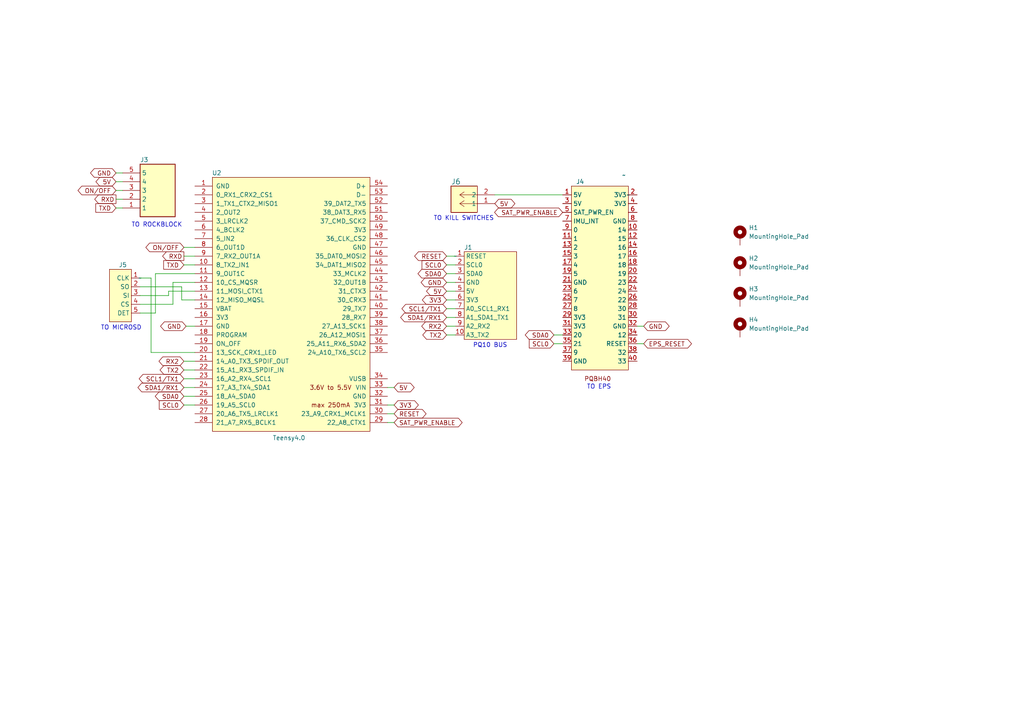
<source format=kicad_sch>
(kicad_sch (version 20230121) (generator eeschema)
  (paper "A4")
  (lib_symbols
    (symbol "Mechanical:MountingHole_Pad" (pin_numbers hide) (pin_names (offset 1.016) hide)
      (property "Reference" "H" (at 0 6.35 0))
      (property "Value" "MountingHole_Pad" (at 0 4.445 0))
      (symbol "MountingHole_Pad_0_1"
        (circle (center 0 1.27) (radius 1.27) (stroke (width 1.27)))
      )
      (symbol "MountingHole_Pad_1_1"
        (pin input line (at 0 -2.54 90) (length 2.54) (name "1") (number "1"))
      )
    )
    (symbol "PQ_Bus_1"
      (property "Reference" "J1" (at 0 1.27 0))
      (property "Value" "~" (at -2.54 -1.27 0))
      (symbol "PQ_Bus_1_1_0"
        (pin passive line (at -2.54 -1.27 0) (length 2.54) (name "RESET") (number "1"))
        (pin passive line (at -2.54 -24.13 0) (length 2.54) (name "A3_TX2") (number "10"))
        (pin passive line (at -2.54 -3.81 0) (length 2.54) (name "SCL0") (number "2"))
        (pin passive line (at -2.54 -6.35 0) (length 2.54) (name "SDA0") (number "3"))
        (pin passive line (at -2.54 -8.89 0) (length 2.54) (name "GND") (number "4"))
        (pin passive line (at -2.54 -11.43 0) (length 2.54) (name "5V") (number "5"))
        (pin passive line (at -2.54 -13.97 0) (length 2.54) (name "3V3") (number "6"))
        (pin passive line (at -2.54 -16.51 0) (length 2.54) (name "A0_SCL1_RX1") (number "7"))
        (pin passive line (at -2.54 -19.05 0) (length 2.54) (name "A1_SDA1_TX1") (number "8"))
        (pin passive line (at -2.54 -21.59 0) (length 2.54) (name "A2_RX2") (number "9"))
      )
      (symbol "PQ_Bus_1_1_1"
        (rectangle (start 0 0) (end 15.24 -25.4) (fill (type background)))
      )
    )
    (symbol "thesis:1x04_Header"
      (property "Reference" "J5" (at 1.27 1.27 0))
      (property "Value" "~" (at -2.54 -2.54 0))
      (symbol "1x04_Header_0_0"
        (pin passive line (at -2.54 -2.54 0) (length 2.54) (name "CLK") (number "1"))
        (pin passive line (at -2.54 -5.08 0) (length 2.54) (name "SO") (number "2"))
        (pin passive line (at -2.54 -7.62 0) (length 2.54) (name "SI") (number "3"))
        (pin passive line (at -2.54 -10.16 0) (length 2.54) (name "CS") (number "4"))
        (pin passive line (at -2.54 -12.7 0) (length 2.54) (name "DET") (number "5"))
      )
      (symbol "1x04_Header_1_1"
        (rectangle (start 0 0) (end 6.35 -15.24) (fill (type background)))
      )
    )
    (symbol "thesis:53048-0510"
      (property "Reference" "J" (at 5.08 5.08 0))
      (property "Value" "53048-0510" (at 16.51 -11.43 90))
      (symbol "53048-0510_1_1"
        (rectangle (start 5.08 2.54) (end 15.24 -12.7) (stroke (width 0.254)) (fill (type background)))
        (pin passive line (at 0 -10.16 0) (length 5.08) (name "1") (number "1"))
        (pin passive line (at 0 -7.62 0) (length 5.08) (name "2") (number "2"))
        (pin passive line (at 0 -5.08 0) (length 5.08) (name "3") (number "3"))
        (pin passive line (at 0 -2.54 0) (length 5.08) (name "4") (number "4"))
        (pin passive line (at 0 0 0) (length 5.08) (name "5") (number "5"))
      )
    )
    (symbol "thesis:530480210" (pin_names (offset 0.254))
      (property "Reference" "J6" (at 8.89 0 90))
      (symbol "530480210_1_1"
        (polyline (pts (xy 0 -7.62) (xy 7.62 -7.62)) (stroke (width 0.127)))
        (polyline (pts (xy 0 0) (xy 0 -7.62)) (stroke (width 0.127)))
        (polyline (pts (xy 5.08 -5.08) (xy 0 -5.08)) (stroke (width 0.127)))
        (polyline (pts (xy 5.08 -5.08) (xy 3.81 -5.9267)) (stroke (width 0.127)))
        (polyline (pts (xy 5.08 -5.08) (xy 3.81 -4.2333)) (stroke (width 0.127)))
        (polyline (pts (xy 5.08 -2.54) (xy 0 -2.54)) (stroke (width 0.127)))
        (polyline (pts (xy 5.08 -2.54) (xy 3.81 -3.3867)) (stroke (width 0.127)))
        (polyline (pts (xy 5.08 -2.54) (xy 3.81 -1.6933)) (stroke (width 0.127)))
        (polyline (pts (xy 7.62 -7.62) (xy 7.62 0)) (stroke (width 0.127)))
        (polyline (pts (xy 7.62 0) (xy 0 0)) (stroke (width 0.127)))
        (rectangle (start 0 0) (end 7.62 -7.62))
        (rectangle (start 0 0) (end 7.62 -7.62) (fill (type background)))
        (pin unspecified line (at -5.08 -2.54 0) (length 5.08) (name "1") (number "1"))
        (pin unspecified line (at -5.08 -5.08 0) (length 5.08) (name "2") (number "2"))
      )
      (symbol "530480210_1_2"
        (polyline (pts (xy 5.08 -5.08) (xy 12.7 -5.08)) (stroke (width 0.127)))
        (polyline (pts (xy 5.08 2.54) (xy 5.08 -5.08)) (stroke (width 0.127)))
        (polyline (pts (xy 7.62 -2.54) (xy 5.08 -2.54)) (stroke (width 0.127)))
        (polyline (pts (xy 7.62 -2.54) (xy 8.89 -3.3867)) (stroke (width 0.127)))
        (polyline (pts (xy 7.62 -2.54) (xy 8.89 -1.6933)) (stroke (width 0.127)))
        (polyline (pts (xy 7.62 0) (xy 5.08 0)) (stroke (width 0.127)))
        (polyline (pts (xy 7.62 0) (xy 8.89 -0.8467)) (stroke (width 0.127)))
        (polyline (pts (xy 7.62 0) (xy 8.89 0.8467)) (stroke (width 0.127)))
        (polyline (pts (xy 12.7 -5.08) (xy 12.7 2.54)) (stroke (width 0.127)))
        (polyline (pts (xy 12.7 2.54) (xy 5.08 2.54)) (stroke (width 0.127)))
        (pin unspecified line (at 0 0 0) (length 5.08) (name "1") (number "1"))
        (pin unspecified line (at 0 -2.54 0) (length 5.08) (name "2") (number "2"))
      )
    )
    (symbol "thesis:Molex_Picoblade_2x1_horz"
      (property "Reference" "J" (at 0 0 0))
    )
    (symbol "thesis:PQBH40"
      (property "Reference" "J4" (at 2.54 1.27 0))
      (property "Value" "~" (at 16.51 -2.54 0))
      (symbol "PQBH40_0_0"
        (pin output line (at -2.54 -2.54 0) (length 2.54) (name "5V") (number "1"))
        (pin passive line (at 19.05 -50.8 180) (length 2.54) (name "33") (number "40"))
      )
      (symbol "PQBH40_1_0"
        (pin passive line (at 19.05 -12.7 180) (length 2.54) (name "14") (number "10"))
        (pin passive line (at -2.54 -15.24 0) (length 2.54) (name "1") (number "11"))
        (pin passive line (at 19.05 -15.24 180) (length 2.54) (name "15") (number "12"))
        (pin passive line (at -2.54 -17.78 0) (length 2.54) (name "2") (number "13"))
        (pin passive line (at 19.05 -17.78 180) (length 2.54) (name "16") (number "14"))
        (pin passive line (at -2.54 -20.32 0) (length 2.54) (name "3") (number "15"))
        (pin passive line (at 19.05 -20.32 180) (length 2.54) (name "17") (number "16"))
        (pin passive line (at -2.54 -22.86 0) (length 2.54) (name "4") (number "17"))
        (pin passive line (at 19.05 -22.86 180) (length 2.54) (name "18") (number "18"))
        (pin passive line (at -2.54 -25.4 0) (length 2.54) (name "5") (number "19"))
        (pin passive line (at 19.05 -2.54 180) (length 2.54) (name "3V3") (number "2"))
        (pin passive line (at 19.05 -25.4 180) (length 2.54) (name "19") (number "20"))
        (pin passive line (at -2.54 -27.94 0) (length 2.54) (name "GND") (number "21"))
        (pin passive line (at 19.05 -27.94 180) (length 2.54) (name "23") (number "22"))
        (pin passive line (at -2.54 -30.48 0) (length 2.54) (name "6") (number "23"))
        (pin passive line (at 19.05 -30.48 180) (length 2.54) (name "24") (number "24"))
        (pin passive line (at -2.54 -33.02 0) (length 2.54) (name "7") (number "25"))
        (pin passive line (at 19.05 -33.02 180) (length 2.54) (name "22") (number "26"))
        (pin passive line (at -2.54 -35.56 0) (length 2.54) (name "8") (number "27"))
        (pin passive line (at 19.05 -35.56 180) (length 2.54) (name "30") (number "28"))
        (pin output line (at -2.54 -38.1 0) (length 2.54) (name "3V3") (number "29"))
        (pin output line (at -2.54 -5.08 0) (length 2.54) (name "5V") (number "3"))
        (pin passive line (at 19.05 -38.1 180) (length 2.54) (name "31") (number "30"))
        (pin output line (at -2.54 -40.64 0) (length 2.54) (name "3V3") (number "31"))
        (pin passive line (at 19.05 -40.64 180) (length 2.54) (name "GND") (number "32"))
        (pin passive line (at -2.54 -43.18 0) (length 2.54) (name "20") (number "33"))
        (pin passive line (at 19.05 -43.18 180) (length 2.54) (name "12") (number "34"))
        (pin passive line (at -2.54 -45.72 0) (length 2.54) (name "21") (number "35"))
        (pin passive line (at 19.05 -45.72 180) (length 2.54) (name "RESET") (number "36"))
        (pin passive line (at -2.54 -48.26 0) (length 2.54) (name "9") (number "37"))
        (pin passive line (at 19.05 -48.26 180) (length 2.54) (name "32") (number "38"))
        (pin passive line (at -2.54 -50.8 0) (length 2.54) (name "GND") (number "39"))
        (pin passive line (at 19.05 -5.08 180) (length 2.54) (name "3V3") (number "4"))
        (pin passive line (at -2.54 -7.62 0) (length 2.54) (name "SAT_PWR_EN") (number "5"))
        (pin passive line (at 19.05 -7.62 180) (length 2.54) (name "") (number "6"))
        (pin passive line (at -2.54 -10.16 0) (length 2.54) (name "IMU_INT") (number "7"))
        (pin passive line (at 19.05 -10.16 180) (length 2.54) (name "GND") (number "8"))
        (pin passive line (at -2.54 -12.7 0) (length 2.54) (name "0") (number "9"))
      )
      (symbol "PQBH40_1_1"
        (rectangle (start 0 0) (end 16.51 -53.34) (fill (type background)))
        (text "PQBH40" (at 7.62 -55.88 0) (effects (font (size 1.27 1.27))))
      )
    )
    (symbol "thesis:Teensy4.0" (pin_names (offset 1.016))
      (property "Reference" "U2" (at -21.59 38.1 0))
      (property "Value" "Teensy4.0" (at -0.635 -38.735 0))
      (symbol "Teensy4.0_0_0"
        (text "3.6V to 5.5V" (at 11.43 -24.13 0) (effects (font (size 1.27 1.27))))
        (text "max 250mA" (at 11.43 -29.21 0) (effects (font (size 1.27 1.27))))
        (pin bidirectional line (at -27.94 11.43 0) (length 5.08) (name "8_TX2_IN1") (number "10"))
        (pin bidirectional line (at -27.94 8.89 0) (length 5.08) (name "9_OUT1C") (number "11"))
        (pin bidirectional line (at -27.94 6.35 0) (length 5.08) (name "10_CS_MQSR") (number "12"))
        (pin bidirectional line (at -27.94 3.81 0) (length 5.08) (name "11_MOSI_CTX1") (number "13"))
        (pin bidirectional line (at -27.94 1.27 0) (length 5.08) (name "12_MISO_MQSL") (number "14"))
        (pin power_in line (at -27.94 -1.27 0) (length 5.08) (name "VBAT") (number "15"))
        (pin power_in line (at -27.94 -3.81 0) (length 5.08) (name "3V3") (number "16"))
        (pin power_in line (at -27.94 -6.35 0) (length 5.08) (name "GND") (number "17"))
        (pin input line (at -27.94 -8.89 0) (length 5.08) (name "PROGRAM") (number "18"))
        (pin input line (at -27.94 -11.43 0) (length 5.08) (name "ON_OFF") (number "19"))
        (pin bidirectional line (at -27.94 -13.97 0) (length 5.08) (name "13_SCK_CRX1_LED") (number "20"))
        (pin bidirectional line (at -27.94 -16.51 0) (length 5.08) (name "14_A0_TX3_SPDIF_OUT") (number "21"))
        (pin bidirectional line (at -27.94 -19.05 0) (length 5.08) (name "15_A1_RX3_SPDIF_IN") (number "22"))
        (pin bidirectional line (at -27.94 -21.59 0) (length 5.08) (name "16_A2_RX4_SCL1") (number "23"))
        (pin bidirectional line (at -27.94 -24.13 0) (length 5.08) (name "17_A3_TX4_SDA1") (number "24"))
        (pin bidirectional line (at -27.94 -26.67 0) (length 5.08) (name "18_A4_SDA0") (number "25"))
        (pin bidirectional line (at -27.94 -29.21 0) (length 5.08) (name "19_A5_SCL0") (number "26"))
        (pin bidirectional line (at -27.94 -31.75 0) (length 5.08) (name "20_A6_TX5_LRCLK1") (number "27"))
        (pin bidirectional line (at -27.94 -34.29 0) (length 5.08) (name "21_A7_RX5_BCLK1") (number "28"))
        (pin bidirectional line (at 27.94 -34.29 180) (length 5.08) (name "22_A8_CTX1") (number "29"))
        (pin bidirectional line (at 27.94 -31.75 180) (length 5.08) (name "23_A9_CRX1_MCLK1") (number "30"))
        (pin power_out line (at 27.94 -29.21 180) (length 5.08) (name "3V3") (number "31"))
        (pin power_in line (at 27.94 -26.67 180) (length 5.08) (name "GND") (number "32"))
        (pin power_in line (at 27.94 -24.13 180) (length 5.08) (name "VIN") (number "33"))
        (pin power_out line (at 27.94 -21.59 180) (length 5.08) (name "VUSB") (number "34"))
        (pin bidirectional line (at 27.94 -13.97 180) (length 5.08) (name "24_A10_TX6_SCL2") (number "35"))
        (pin bidirectional line (at 27.94 -11.43 180) (length 5.08) (name "25_A11_RX6_SDA2") (number "36"))
        (pin bidirectional line (at 27.94 -8.89 180) (length 5.08) (name "26_A12_MOSI1") (number "37"))
        (pin bidirectional line (at 27.94 -6.35 180) (length 5.08) (name "27_A13_SCK1") (number "38"))
        (pin bidirectional line (at 27.94 -3.81 180) (length 5.08) (name "28_RX7") (number "39"))
        (pin bidirectional line (at 27.94 -1.27 180) (length 5.08) (name "29_TX7") (number "40"))
        (pin bidirectional line (at 27.94 1.27 180) (length 5.08) (name "30_CRX3") (number "41"))
        (pin bidirectional line (at 27.94 3.81 180) (length 5.08) (name "31_CTX3") (number "42"))
        (pin bidirectional line (at 27.94 6.35 180) (length 5.08) (name "32_OUT1B") (number "43"))
        (pin bidirectional line (at 27.94 8.89 180) (length 5.08) (name "33_MCLK2") (number "44"))
        (pin bidirectional line (at 27.94 11.43 180) (length 5.08) (name "34_DAT1_MISO2") (number "45"))
        (pin bidirectional line (at 27.94 13.97 180) (length 5.08) (name "35_DAT0_MOSI2") (number "46"))
        (pin power_out line (at 27.94 16.51 180) (length 5.08) (name "GND") (number "47"))
        (pin bidirectional line (at 27.94 19.05 180) (length 5.08) (name "36_CLK_CS2") (number "48"))
        (pin power_out line (at 27.94 21.59 180) (length 5.08) (name "3V3") (number "49"))
        (pin bidirectional line (at -27.94 24.13 0) (length 5.08) (name "3_LRCLK2") (number "5"))
        (pin bidirectional line (at 27.94 24.13 180) (length 5.08) (name "37_CMD_SCK2") (number "50"))
        (pin bidirectional line (at 27.94 26.67 180) (length 5.08) (name "38_DAT3_RX5") (number "51"))
        (pin bidirectional line (at 27.94 29.21 180) (length 5.08) (name "39_DAT2_TX5") (number "52"))
        (pin bidirectional line (at 27.94 31.75 180) (length 5.08) (name "D-") (number "53"))
        (pin bidirectional line (at 27.94 34.29 180) (length 5.08) (name "D+") (number "54"))
        (pin bidirectional line (at -27.94 21.59 0) (length 5.08) (name "4_BCLK2") (number "6"))
        (pin bidirectional line (at -27.94 19.05 0) (length 5.08) (name "5_IN2") (number "7"))
        (pin bidirectional line (at -27.94 16.51 0) (length 5.08) (name "6_OUT1D") (number "8"))
        (pin bidirectional line (at -27.94 13.97 0) (length 5.08) (name "7_RX2_OUT1A") (number "9"))
      )
      (symbol "Teensy4.0_0_1"
        (rectangle (start -20.32 -31.75) (end -20.32 -31.75))
      )
      (symbol "Teensy4.0_1_1"
        (rectangle (start -22.86 36.83) (end 22.86 -36.83) (fill (type background)))
        (pin power_in line (at -27.94 34.29 0) (length 5.08) (name "GND") (number "1"))
        (pin bidirectional line (at -27.94 31.75 0) (length 5.08) (name "0_RX1_CRX2_CS1") (number "2"))
        (pin bidirectional line (at -27.94 29.21 0) (length 5.08) (name "1_TX1_CTX2_MISO1") (number "3"))
        (pin bidirectional line (at -27.94 26.67 0) (length 5.08) (name "2_OUT2") (number "4"))
      )
    )
  )
  (wire (pts (xy 40.64 80.645) (xy 43.815 80.645)))
  (wire (pts (xy 40.64 90.805) (xy 45.085 90.805)))
  (wire (pts (xy 129.54 94.615) (xy 132.08 94.615)))
  (wire (pts (xy 53.34 107.315) (xy 56.515 107.315)))
  (wire (pts (xy 184.785 99.695) (xy 186.69 99.695)))
  (wire (pts (xy 129.54 74.295) (xy 132.08 74.295)))
  (wire (pts (xy 33.655 60.325) (xy 35.56 60.325)))
  (wire (pts (xy 33.655 50.165) (xy 35.56 50.165)))
  (wire (pts (xy 50.165 88.265) (xy 50.165 81.915)))
  (wire (pts (xy 53.34 109.855) (xy 56.515 109.855)))
  (wire (pts (xy 112.395 120.015) (xy 114.3 120.015)))
  (wire (pts (xy 129.54 89.535) (xy 132.08 89.535)))
  (wire (pts (xy 43.815 102.235) (xy 56.515 102.235)))
  (wire (pts (xy 40.64 85.725) (xy 48.895 85.725)))
  (wire (pts (xy 129.54 97.155) (xy 132.08 97.155)))
  (wire (pts (xy 160.655 97.155) (xy 163.195 97.155)))
  (wire (pts (xy 40.64 83.185) (xy 52.705 83.185)))
  (wire (pts (xy 184.785 94.615) (xy 186.69 94.615)))
  (wire (pts (xy 40.64 88.265) (xy 50.165 88.265)))
  (wire (pts (xy 160.655 99.695) (xy 163.195 99.695)))
  (wire (pts (xy 45.085 79.375) (xy 56.515 79.375)))
  (wire (pts (xy 52.705 86.995) (xy 56.515 86.995)))
  (wire (pts (xy 129.54 79.375) (xy 132.08 79.375)))
  (wire (pts (xy 129.54 86.995) (xy 132.08 86.995)))
  (wire (pts (xy 143.51 56.515) (xy 163.195 56.515)))
  (wire (pts (xy 53.34 114.935) (xy 56.515 114.935)))
  (wire (pts (xy 129.54 84.455) (xy 132.08 84.455)))
  (wire (pts (xy 129.54 81.915) (xy 132.08 81.915)))
  (wire (pts (xy 112.395 122.555) (xy 114.3 122.555)))
  (wire (pts (xy 53.34 71.755) (xy 56.515 71.755)))
  (wire (pts (xy 50.165 81.915) (xy 56.515 81.915)))
  (wire (pts (xy 53.975 94.615) (xy 56.515 94.615)))
  (wire (pts (xy 53.34 74.295) (xy 56.515 74.295)))
  (wire (pts (xy 33.655 57.785) (xy 35.56 57.785)))
  (wire (pts (xy 53.34 76.835) (xy 56.515 76.835)))
  (wire (pts (xy 48.895 85.725) (xy 48.895 84.455)))
  (wire (pts (xy 53.34 104.775) (xy 56.515 104.775)))
  (wire (pts (xy 112.395 117.475) (xy 114.3 117.475)))
  (wire (pts (xy 48.895 84.455) (xy 56.515 84.455)))
  (wire (pts (xy 129.54 92.075) (xy 132.08 92.075)))
  (wire (pts (xy 52.705 83.185) (xy 52.705 86.995)))
  (wire (pts (xy 33.655 52.705) (xy 35.56 52.705)))
  (wire (pts (xy 129.54 76.835) (xy 132.08 76.835)))
  (wire (pts (xy 45.085 90.805) (xy 45.085 79.375)))
  (wire (pts (xy 53.34 112.395) (xy 56.515 112.395)))
  (wire (pts (xy 114.3 112.395) (xy 112.395 112.395)))
  (wire (pts (xy 33.655 55.245) (xy 35.56 55.245)))
  (wire (pts (xy 53.34 117.475) (xy 56.515 117.475)))
  (wire (pts (xy 43.815 80.645) (xy 43.815 102.235)))
  (text "TO KILL SWITCHES" (at 125.73 64.135 0) (effects (font (size 1.27 1.27)) (justify left bottom)))
  (text "PQ10 BUS" (at 137.16 100.965 0) (effects (font (size 1.27 1.27)) (justify left bottom)))
  (text "TO ROCKBLOCK" (at 38.1 66.04 0) (effects (font (size 1.27 1.27)) (justify left bottom)))
  (text "TO EPS" (at 170.18 113.03 0) (effects (font (size 1.27 1.27)) (justify left bottom)))
  (text "TO MICROSD" (at 29.21 95.885 0) (effects (font (size 1.27 1.27)) (justify left bottom)))
  (global_label "5V" (shape bidirectional) (at 143.51 59.055 0) (property "Intersheetrefs" "${INTERSHEET_REFS}" (effects hide)))
  (global_label "5V" (shape bidirectional) (at 129.54 84.455 180) (property "Intersheetrefs" "${INTERSHEET_REFS}" (effects hide)))
  (global_label "ON{slash}OFF" (shape bidirectional) (at 33.655 55.245 180) (property "Intersheetrefs" "${INTERSHEET_REFS}" (effects hide)))
  (global_label "SAT_PWR_ENABLE" (shape bidirectional) (at 163.195 61.595 180) (property "Intersheetrefs" "${INTERSHEET_REFS}" (effects hide)))
  (global_label "SDA0" (shape bidirectional) (at 160.655 97.155 180) (property "Intersheetrefs" "${INTERSHEET_REFS}" (effects hide)))
  (global_label "RX2" (shape bidirectional) (at 53.34 104.775 180) (property "Intersheetrefs" "${INTERSHEET_REFS}" (effects hide)))
  (global_label "TXD" (shape input) (at 33.655 60.325 180) (property "Intersheetrefs" "${INTERSHEET_REFS}" (effects hide)))
  (global_label "ON{slash}OFF" (shape bidirectional) (at 53.34 71.755 180) (property "Intersheetrefs" "${INTERSHEET_REFS}" (effects hide)))
  (global_label "3V3" (shape bidirectional) (at 129.54 86.995 180) (property "Intersheetrefs" "${INTERSHEET_REFS}" (effects hide)))
  (global_label "SCL1{slash}TX1" (shape bidirectional) (at 129.54 89.535 180) (property "Intersheetrefs" "${INTERSHEET_REFS}" (effects hide)))
  (global_label "SDA0" (shape bidirectional) (at 53.34 114.935 180) (property "Intersheetrefs" "${INTERSHEET_REFS}" (effects hide)))
  (global_label "3V3" (shape bidirectional) (at 114.3 117.475 0) (property "Intersheetrefs" "${INTERSHEET_REFS}" (effects hide)))
  (global_label "SDA0" (shape bidirectional) (at 129.54 79.375 180) (property "Intersheetrefs" "${INTERSHEET_REFS}" (effects hide)))
  (global_label "RXD" (shape output) (at 33.655 57.785 180) (property "Intersheetrefs" "${INTERSHEET_REFS}" (effects hide)))
  (global_label "EPS_RESET" (shape bidirectional) (at 186.69 99.695 0) (property "Intersheetrefs" "${INTERSHEET_REFS}" (effects hide)))
  (global_label "GND" (shape bidirectional) (at 186.69 94.615 0) (property "Intersheetrefs" "${INTERSHEET_REFS}" (effects hide)))
  (global_label "SDA1{slash}RX1" (shape bidirectional) (at 53.34 112.395 180) (property "Intersheetrefs" "${INTERSHEET_REFS}" (effects hide)))
  (global_label "RESET" (shape bidirectional) (at 129.54 74.295 180) (property "Intersheetrefs" "${INTERSHEET_REFS}" (effects hide)))
  (global_label "RXD" (shape output) (at 53.34 74.295 180) (property "Intersheetrefs" "${INTERSHEET_REFS}" (effects hide)))
  (global_label "SAT_PWR_ENABLE" (shape bidirectional) (at 114.3 122.555 0) (property "Intersheetrefs" "${INTERSHEET_REFS}" (effects hide)))
  (global_label "RX2" (shape bidirectional) (at 129.54 94.615 180) (property "Intersheetrefs" "${INTERSHEET_REFS}" (effects hide)))
  (global_label "SCL0" (shape input) (at 53.34 117.475 180) (property "Intersheetrefs" "${INTERSHEET_REFS}" (effects hide)))
  (global_label "5V" (shape bidirectional) (at 114.3 112.395 0) (property "Intersheetrefs" "${INTERSHEET_REFS}" (effects hide)))
  (global_label "SCL0" (shape input) (at 160.655 99.695 180) (property "Intersheetrefs" "${INTERSHEET_REFS}" (effects hide)))
  (global_label "SDA1{slash}RX1" (shape bidirectional) (at 129.54 92.075 180) (property "Intersheetrefs" "${INTERSHEET_REFS}" (effects hide)))
  (global_label "TX2" (shape bidirectional) (at 129.54 97.155 180) (property "Intersheetrefs" "${INTERSHEET_REFS}" (effects hide)))
  (global_label "RESET" (shape bidirectional) (at 114.3 120.015 0) (property "Intersheetrefs" "${INTERSHEET_REFS}" (effects hide)))
  (global_label "TXD" (shape input) (at 53.34 76.835 180) (property "Intersheetrefs" "${INTERSHEET_REFS}" (effects hide)))
  (global_label "GND" (shape bidirectional) (at 129.54 81.915 180) (property "Intersheetrefs" "${INTERSHEET_REFS}" (effects hide)))
  (global_label "GND" (shape bidirectional) (at 33.655 50.165 180) (property "Intersheetrefs" "${INTERSHEET_REFS}" (effects hide)))
  (global_label "5V" (shape bidirectional) (at 33.655 52.705 180) (property "Intersheetrefs" "${INTERSHEET_REFS}" (effects hide)))
  (global_label "SCL1{slash}TX1" (shape bidirectional) (at 53.34 109.855 180) (property "Intersheetrefs" "${INTERSHEET_REFS}" (effects hide)))
  (global_label "SCL0" (shape input) (at 129.54 76.835 180) (property "Intersheetrefs" "${INTERSHEET_REFS}" (effects hide)))
  (global_label "GND" (shape bidirectional) (at 53.975 94.615 180) (property "Intersheetrefs" "${INTERSHEET_REFS}" (effects hide)))
  (global_label "TX2" (shape bidirectional) (at 53.34 107.315 180) (property "Intersheetrefs" "${INTERSHEET_REFS}" (effects hide)))
  (symbol (lib_id "Mechanical:MountingHole_Pad") (at 214.63 77.47 0) (unit 1)
    (property "Reference" "H2" (at 217.17 74.93 0) (effects (justify left)))
    (property "Value" "MountingHole_Pad" (at 217.17 77.47 0) (effects (justify left)))
    (property "Footprint" "thesis:MountingHole_2.5mm_Pad" (effects hide))
  )
  (symbol (lib_id "thesis:Teensy4.0") (at 84.455 88.265 0) (unit 1)
    (property "Reference" "U2" (at 62.865 50.165 0))
    (property "Value" "Teensy4.0" (at 83.82 127 0))
    (property "Footprint" "thesis:Teensy40" (effects hide))
  )
  (symbol (lib_id "Mechanical:MountingHole_Pad") (at 214.63 95.25 0) (unit 1)
    (property "Reference" "H4" (at 217.17 92.71 0) (effects (justify left)))
    (property "Value" "MountingHole_Pad" (at 217.17 95.25 0) (effects (justify left)))
    (property "Footprint" "thesis:MountingHole_2.5mm_Pad" (effects hide))
  )
  (symbol (lib_id "thesis:1x04_Header") (at 38.1 78.105 0) (mirror y) (unit 1)
    (property "Reference" "J5" (at 36.83 76.835 0) (effects (justify left)))
    (property "Value" "~" (at 40.64 80.645 0))
    (property "Footprint" "Connector_PinSocket_2.00mm:PinSocket_1x05_P2.00mm_Vertical" (effects hide))
  )
  (symbol (lib_id "thesis:53048-0510") (at 35.56 50.165 0) (unit 1)
    (property "Reference" "J3" (at 40.64 46.355 0) (effects (justify left)))
    (property "Value" "53048-0510" (effects hide))
    (property "Footprint" "thesis:530480510" (effects hide))
    (property "Datasheet" "https://componentsearchengine.com/Datasheets/2/53048-0510.pdf" (effects hide))
    (property "Height" "3.7" (effects hide))
    (property "Mouser Part Number" "538-53048-0510" (effects hide))
    (property "Mouser Price/Stock" "https://www.mouser.co.uk/ProductDetail/Molex/53048-0510?qs=nn26K2WaEYvXrn%2FdgEEqtg%3D%3D" (effects hide))
    (property "Manufacturer_Name" "Molex" (effects hide))
    (property "Manufacturer_Part_Number" "53048-0510" (effects hide))
  )
  (symbol (lib_id "Mechanical:MountingHole_Pad") (at 214.63 68.58 0) (unit 1)
    (property "Reference" "H1" (at 217.17 66.04 0) (effects (justify left)))
    (property "Value" "MountingHole_Pad" (at 217.17 68.58 0) (effects (justify left)))
    (property "Footprint" "thesis:MountingHole_2.5mm_Pad" (effects hide))
  )
  (symbol (lib_id "thesis:PQBH40") (at 165.735 53.975 0) (unit 1)
    (property "Reference" "J4" (at 168.275 52.705 0))
    (property "Value" "~" (at 182.245 56.515 0))
    (property "Footprint" "Connector_PinSocket_1.27mm:PinSocket_2x20_P1.27mm_Vertical" (effects hide))
  )
  (symbol (lib_id "Mechanical:MountingHole_Pad") (at 214.63 86.36 0) (unit 1)
    (property "Reference" "H3" (at 217.17 83.82 0) (effects (justify left)))
    (property "Value" "MountingHole_Pad" (at 217.17 86.36 0) (effects (justify left)))
    (property "Footprint" "thesis:MountingHole_2.5mm_Pad" (effects hide))
  )
  (symbol (lib_id "thesis:Molex_Picoblade_2x1_horz") (at 180.975 50.8 0) (unit 1)
    (property "Reference" "J2" (effects hide))
    (property "Value" "~" (at 180.975 50.8 0))
  )
  (symbol (lib_id "thesis:530480210") (at 138.43 61.595 180) (unit 1)
    (property "Reference" "J6" (at 130.81 52.705 0) (effects (font (size 1.524 1.524)) (justify right)))
    (property "Value" "530480210" (effects hide))
    (property "Footprint" "thesis:Molex_Picoblade_2x1_horz" (effects hide))
    (property "Datasheet" "530480210" (effects hide))
  )
  (symbol (lib_name "PQ_Bus_1") (lib_id "thesis:PQ_Bus") (at 134.62 73.025 0) (unit 1)
    (property "Reference" "J1" (at 134.62 71.755 0) (effects (justify left)))
    (property "Value" "~" (at 132.08 74.295 0))
    (property "Footprint" "Connector_PinSocket_2.00mm:PinSocket_1x10_P2.00mm_Vertical" (effects hide))
  )
)
</source>
